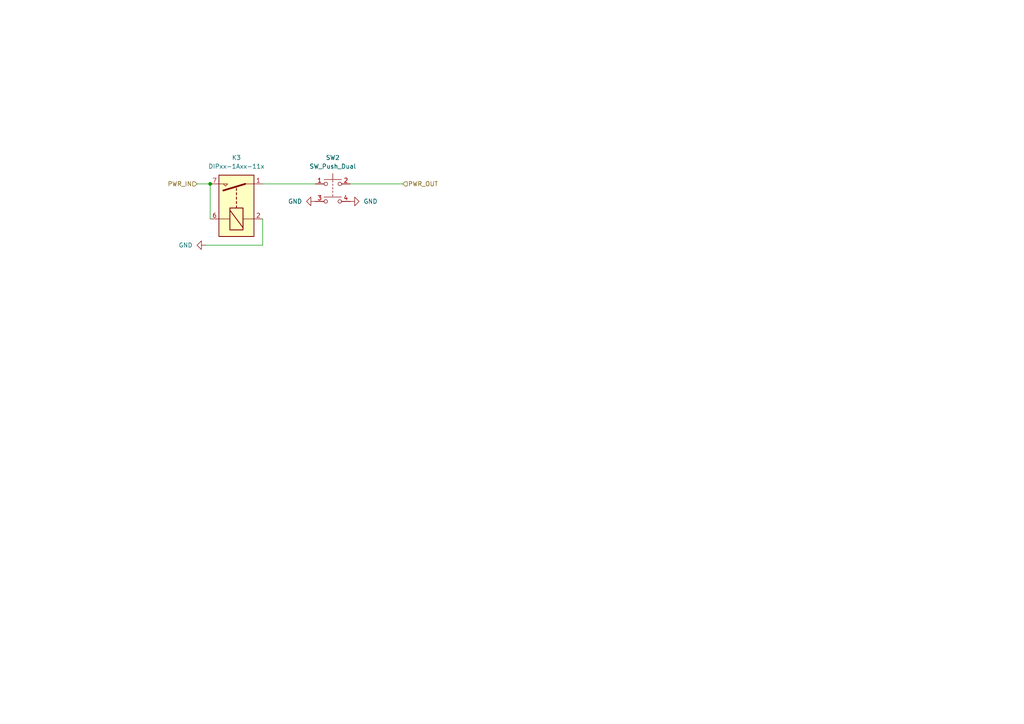
<source format=kicad_sch>
(kicad_sch (version 20230121) (generator eeschema)
  (paper "A4")
  (lib_symbols
    (symbol "Relay:DIPxx-1Axx-11x"
      (property "Reference" "K" (at 8.89 3.81 0))
      (property "Value" "DIPxx-1Axx-11x" (at 8.89 1.27 0))
      (symbol "DIPxx-1Axx-11x_0_0"
        (polyline (pts (xy 5.08 5.08) (xy 5.08 2.54) (xy 4.445 3.175) (xy 5.08 3.81)))
      )
      (symbol "DIPxx-1Axx-11x_0_1"
        (rectangle (start -10.16 5.08) (end 7.62 -5.08) (stroke (width 0.254)) (fill (type background)))
        (rectangle (start -8.255 1.905) (end -1.905 -1.905) (stroke (width 0.254)))
        (polyline (pts (xy -7.62 -1.905) (xy -2.54 1.905)) (stroke (width 0.254)))
        (polyline (pts (xy -5.08 -5.08) (xy -5.08 -1.905)))
        (polyline (pts (xy -5.08 5.08) (xy -5.08 1.905)))
        (polyline (pts (xy -1.905 0) (xy -1.27 0)) (stroke (width 0.254)))
        (polyline (pts (xy -0.635 0) (xy 0 0)) (stroke (width 0.254)))
        (polyline (pts (xy 0.635 0) (xy 1.27 0)) (stroke (width 0.254)))
        (polyline (pts (xy 1.905 0) (xy 2.54 0)) (stroke (width 0.254)))
        (polyline (pts (xy 3.175 0) (xy 3.81 0)) (stroke (width 0.254)))
        (polyline (pts (xy 5.08 -2.54) (xy 3.175 3.81)) (stroke (width 0.508)))
        (polyline (pts (xy 5.08 -2.54) (xy 5.08 -5.08)))
      )
      (symbol "DIPxx-1Axx-11x_1_1"
        (pin passive line (at 5.08 -7.62 90) (length 2.54) (name "~") (number "1"))
        (pin passive line (at 5.08 -7.62 90) (length 2.54) hide (name "~") (number "14"))
        (pin passive line (at -5.08 -7.62 90) (length 2.54) (name "~") (number "2"))
        (pin passive line (at -5.08 7.62 270) (length 2.54) (name "~") (number "6"))
        (pin passive line (at 5.08 7.62 270) (length 2.54) (name "~") (number "7"))
        (pin passive line (at 5.08 7.62 270) (length 2.54) hide (name "~") (number "8"))
      )
    )
    (symbol "Switch:SW_Push_Dual" (pin_names (offset 1.016) hide)
      (property "Reference" "SW" (at 1.27 2.54 0))
      (property "Value" "SW_Push_Dual" (at 0 -6.858 0))
      (symbol "SW_Push_Dual_0_1"
        (circle (center -2.032 -5.08) (radius 0.508))
        (circle (center -2.032 0) (radius 0.508))
        (polyline (pts (xy 0 -3.048) (xy 0 -3.556)))
        (polyline (pts (xy 0 -2.032) (xy 0 -2.54)))
        (polyline (pts (xy 0 -1.524) (xy 0 -1.016)))
        (polyline (pts (xy 0 -0.508) (xy 0 0)))
        (polyline (pts (xy 0 0.508) (xy 0 1.016)))
        (polyline (pts (xy 0 1.27) (xy 0 3.048)))
        (polyline (pts (xy 2.54 -3.81) (xy -2.54 -3.81)))
        (polyline (pts (xy 2.54 1.27) (xy -2.54 1.27)))
        (circle (center 2.032 -5.08) (radius 0.508))
        (circle (center 2.032 0) (radius 0.508))
        (pin passive line (at -5.08 0 0) (length 2.54) (name "1") (number "1"))
        (pin passive line (at 5.08 0 180) (length 2.54) (name "2") (number "2"))
        (pin passive line (at -5.08 -5.08 0) (length 2.54) (name "3") (number "3"))
        (pin passive line (at 5.08 -5.08 180) (length 2.54) (name "4") (number "4"))
      )
    )
    (symbol "power:GND" (power) (pin_names (offset 0))
      (property "Value" "GND" (at 0 -3.81 0))
      (symbol "GND_0_1"
        (polyline (pts (xy 0 0) (xy 0 -1.27) (xy 1.27 -1.27) (xy 0 -2.54) (xy -1.27 -1.27) (xy 0 -1.27)))
      )
      (symbol "GND_1_1"
        (pin power_in line (at 0 0 270) (length 0) hide (name "GND") (number "1"))
      )
    )
  )
  (junction (at 60.96 53.34))
  (wire (pts (xy 101.6 53.34) (xy 116.84 53.34)))
  (wire (pts (xy 57.15 53.34) (xy 60.96 53.34)))
  (wire (pts (xy 60.96 53.34) (xy 60.96 63.5)))
  (wire (pts (xy 59.69 71.12) (xy 76.2 71.12)))
  (wire (pts (xy 76.2 63.5) (xy 76.2 71.12)))
  (wire (pts (xy 76.2 53.34) (xy 91.44 53.34)))
  (hierarchical_label "PWR_OUT" (shape input) (at 116.84 53.34 0))
  (hierarchical_label "PWR_IN" (shape input) (at 57.15 53.34 180))
  (symbol (lib_id "power:GND") (at 91.44 58.42 270) (unit 1)
    (property "Reference" "#PWR012" (effects hide))
    (property "Value" "GND" (at 87.63 58.42 90) (effects (justify right)))
    (instances (project "MRS_Strathvoyager_2" (path "" (reference "#PWR012") (unit 1)) (path "" (reference "#PWR020") (unit 1))) (project "Onebox_solution" (path "" (reference "#PWR08") (unit 1)) (path "" (reference "#PWR016") (unit 1))))
  )
  (symbol (lib_id "power:GND") (at 101.6 58.42 90) (unit 1)
    (property "Reference" "#PWR012" (effects hide))
    (property "Value" "GND" (at 105.41 58.42 90) (effects (justify right)))
    (instances (project "MRS_Strathvoyager_2" (path "" (reference "#PWR012") (unit 1)) (path "" (reference "#PWR020") (unit 1))) (project "Onebox_solution" (path "" (reference "#PWR08") (unit 1)) (path "" (reference "#PWR017") (unit 1))))
  )
  (symbol (lib_id "power:GND") (at 59.69 71.12 270) (unit 1)
    (property "Reference" "#PWR012" (effects hide))
    (property "Value" "GND" (at 55.88 71.12 90) (effects (justify right)))
    (instances (project "MRS_Strathvoyager_2" (path "" (reference "#PWR012") (unit 1)) (path "" (reference "#PWR020") (unit 1))) (project "Onebox_solution" (path "" (reference "#PWR08") (unit 1)) (path "" (reference "#PWR015") (unit 1))))
  )
  (symbol (lib_id "Switch:SW_Push_Dual") (at 96.52 53.34 0) (unit 1)
    (property "Reference" "SW2" (at 96.52 45.72 0))
    (property "Value" "SW_Push_Dual" (at 96.52 48.26 0))
  )
  (symbol (lib_id "Relay:DIPxx-1Axx-11x") (at 68.58 58.42 90) (unit 1)
    (property "Reference" "K3" (at 68.58 45.72 90))
    (property "Value" "DIPxx-1Axx-11x" (at 68.58 48.26 90))
    (property "Footprint" "Relay_THT:Relay_StandexMeder_DIP_LowProfile" (effects hide))
    (property "Datasheet" "https://standexelectronics.com/wp-content/uploads/datasheet_reed_relay_DIP.pdf" (effects hide))
  )
)
</source>
